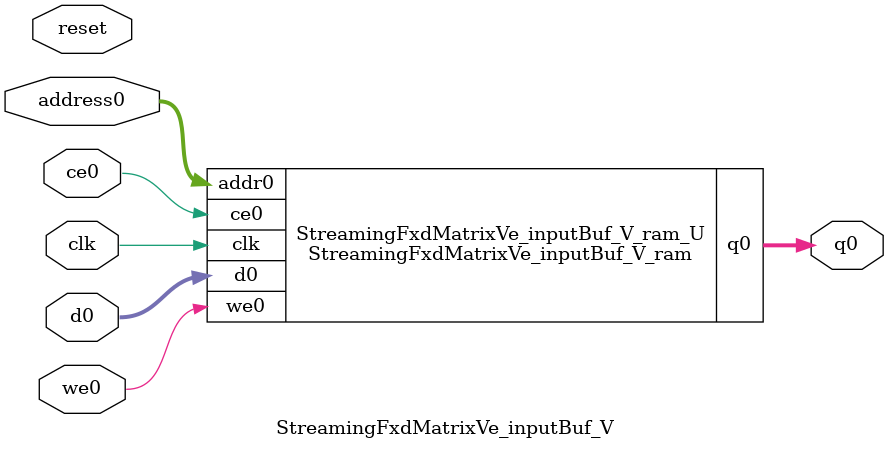
<source format=v>
`timescale 1 ns / 1 ps
module StreamingFxdMatrixVe_inputBuf_V_ram (addr0, ce0, d0, we0, q0,  clk);

parameter DWIDTH = 24;
parameter AWIDTH = 4;
parameter MEM_SIZE = 9;

input[AWIDTH-1:0] addr0;
input ce0;
input[DWIDTH-1:0] d0;
input we0;
output reg[DWIDTH-1:0] q0;
input clk;

(* ram_style = "distributed" *)reg [DWIDTH-1:0] ram[0:MEM_SIZE-1];




always @(posedge clk)  
begin 
    if (ce0) 
    begin
        if (we0) 
        begin 
            ram[addr0] <= d0; 
        end 
        q0 <= ram[addr0];
    end
end


endmodule

`timescale 1 ns / 1 ps
module StreamingFxdMatrixVe_inputBuf_V(
    reset,
    clk,
    address0,
    ce0,
    we0,
    d0,
    q0);

parameter DataWidth = 32'd24;
parameter AddressRange = 32'd9;
parameter AddressWidth = 32'd4;
input reset;
input clk;
input[AddressWidth - 1:0] address0;
input ce0;
input we0;
input[DataWidth - 1:0] d0;
output[DataWidth - 1:0] q0;



StreamingFxdMatrixVe_inputBuf_V_ram StreamingFxdMatrixVe_inputBuf_V_ram_U(
    .clk( clk ),
    .addr0( address0 ),
    .ce0( ce0 ),
    .we0( we0 ),
    .d0( d0 ),
    .q0( q0 ));

endmodule


</source>
